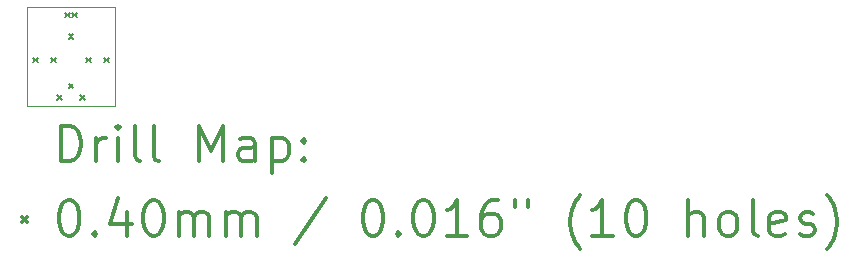
<source format=gbr>
%FSLAX45Y45*%
G04 Gerber Fmt 4.5, Leading zero omitted, Abs format (unit mm)*
G04 Created by KiCad (PCBNEW (5.1.5-0-10_14)) date 2019-12-07 21:20:43*
%MOMM*%
%LPD*%
G04 APERTURE LIST*
%TA.AperFunction,Profile*%
%ADD10C,0.050000*%
%TD*%
%ADD11C,0.200000*%
%ADD12C,0.300000*%
G04 APERTURE END LIST*
D10*
X13528000Y-9034000D02*
X12788000Y-9034000D01*
X12788000Y-9874000D02*
X13528000Y-9874000D01*
X13528000Y-9874000D02*
X13528000Y-9034000D01*
X12788000Y-9034000D02*
X12788000Y-9874000D01*
D11*
X13139000Y-9686000D02*
X13179000Y-9726000D01*
X13179000Y-9686000D02*
X13139000Y-9726000D01*
X13038000Y-9785000D02*
X13078000Y-9825000D01*
X13078000Y-9785000D02*
X13038000Y-9825000D01*
X13438000Y-9465000D02*
X13478000Y-9505000D01*
X13478000Y-9465000D02*
X13438000Y-9505000D01*
X13238000Y-9785000D02*
X13278000Y-9825000D01*
X13278000Y-9785000D02*
X13238000Y-9825000D01*
X12988000Y-9465000D02*
X13028000Y-9505000D01*
X13028000Y-9465000D02*
X12988000Y-9505000D01*
X13138000Y-9265000D02*
X13178000Y-9305000D01*
X13178000Y-9265000D02*
X13138000Y-9305000D01*
X13288000Y-9465000D02*
X13328000Y-9505000D01*
X13328000Y-9465000D02*
X13288000Y-9505000D01*
X13168000Y-9085000D02*
X13208000Y-9125000D01*
X13208000Y-9085000D02*
X13168000Y-9125000D01*
X12839000Y-9465000D02*
X12879000Y-9505000D01*
X12879000Y-9465000D02*
X12839000Y-9505000D01*
X13108000Y-9085000D02*
X13148000Y-9125000D01*
X13148000Y-9085000D02*
X13108000Y-9125000D01*
D12*
X13071928Y-10342214D02*
X13071928Y-10042214D01*
X13143357Y-10042214D01*
X13186214Y-10056500D01*
X13214786Y-10085072D01*
X13229071Y-10113643D01*
X13243357Y-10170786D01*
X13243357Y-10213643D01*
X13229071Y-10270786D01*
X13214786Y-10299357D01*
X13186214Y-10327929D01*
X13143357Y-10342214D01*
X13071928Y-10342214D01*
X13371928Y-10342214D02*
X13371928Y-10142214D01*
X13371928Y-10199357D02*
X13386214Y-10170786D01*
X13400500Y-10156500D01*
X13429071Y-10142214D01*
X13457643Y-10142214D01*
X13557643Y-10342214D02*
X13557643Y-10142214D01*
X13557643Y-10042214D02*
X13543357Y-10056500D01*
X13557643Y-10070786D01*
X13571928Y-10056500D01*
X13557643Y-10042214D01*
X13557643Y-10070786D01*
X13743357Y-10342214D02*
X13714786Y-10327929D01*
X13700500Y-10299357D01*
X13700500Y-10042214D01*
X13900500Y-10342214D02*
X13871928Y-10327929D01*
X13857643Y-10299357D01*
X13857643Y-10042214D01*
X14243357Y-10342214D02*
X14243357Y-10042214D01*
X14343357Y-10256500D01*
X14443357Y-10042214D01*
X14443357Y-10342214D01*
X14714786Y-10342214D02*
X14714786Y-10185072D01*
X14700500Y-10156500D01*
X14671928Y-10142214D01*
X14614786Y-10142214D01*
X14586214Y-10156500D01*
X14714786Y-10327929D02*
X14686214Y-10342214D01*
X14614786Y-10342214D01*
X14586214Y-10327929D01*
X14571928Y-10299357D01*
X14571928Y-10270786D01*
X14586214Y-10242214D01*
X14614786Y-10227929D01*
X14686214Y-10227929D01*
X14714786Y-10213643D01*
X14857643Y-10142214D02*
X14857643Y-10442214D01*
X14857643Y-10156500D02*
X14886214Y-10142214D01*
X14943357Y-10142214D01*
X14971928Y-10156500D01*
X14986214Y-10170786D01*
X15000500Y-10199357D01*
X15000500Y-10285072D01*
X14986214Y-10313643D01*
X14971928Y-10327929D01*
X14943357Y-10342214D01*
X14886214Y-10342214D01*
X14857643Y-10327929D01*
X15129071Y-10313643D02*
X15143357Y-10327929D01*
X15129071Y-10342214D01*
X15114786Y-10327929D01*
X15129071Y-10313643D01*
X15129071Y-10342214D01*
X15129071Y-10156500D02*
X15143357Y-10170786D01*
X15129071Y-10185072D01*
X15114786Y-10170786D01*
X15129071Y-10156500D01*
X15129071Y-10185072D01*
X12745500Y-10816500D02*
X12785500Y-10856500D01*
X12785500Y-10816500D02*
X12745500Y-10856500D01*
X13129071Y-10672214D02*
X13157643Y-10672214D01*
X13186214Y-10686500D01*
X13200500Y-10700786D01*
X13214786Y-10729357D01*
X13229071Y-10786500D01*
X13229071Y-10857929D01*
X13214786Y-10915072D01*
X13200500Y-10943643D01*
X13186214Y-10957929D01*
X13157643Y-10972214D01*
X13129071Y-10972214D01*
X13100500Y-10957929D01*
X13086214Y-10943643D01*
X13071928Y-10915072D01*
X13057643Y-10857929D01*
X13057643Y-10786500D01*
X13071928Y-10729357D01*
X13086214Y-10700786D01*
X13100500Y-10686500D01*
X13129071Y-10672214D01*
X13357643Y-10943643D02*
X13371928Y-10957929D01*
X13357643Y-10972214D01*
X13343357Y-10957929D01*
X13357643Y-10943643D01*
X13357643Y-10972214D01*
X13629071Y-10772214D02*
X13629071Y-10972214D01*
X13557643Y-10657929D02*
X13486214Y-10872214D01*
X13671928Y-10872214D01*
X13843357Y-10672214D02*
X13871928Y-10672214D01*
X13900500Y-10686500D01*
X13914786Y-10700786D01*
X13929071Y-10729357D01*
X13943357Y-10786500D01*
X13943357Y-10857929D01*
X13929071Y-10915072D01*
X13914786Y-10943643D01*
X13900500Y-10957929D01*
X13871928Y-10972214D01*
X13843357Y-10972214D01*
X13814786Y-10957929D01*
X13800500Y-10943643D01*
X13786214Y-10915072D01*
X13771928Y-10857929D01*
X13771928Y-10786500D01*
X13786214Y-10729357D01*
X13800500Y-10700786D01*
X13814786Y-10686500D01*
X13843357Y-10672214D01*
X14071928Y-10972214D02*
X14071928Y-10772214D01*
X14071928Y-10800786D02*
X14086214Y-10786500D01*
X14114786Y-10772214D01*
X14157643Y-10772214D01*
X14186214Y-10786500D01*
X14200500Y-10815072D01*
X14200500Y-10972214D01*
X14200500Y-10815072D02*
X14214786Y-10786500D01*
X14243357Y-10772214D01*
X14286214Y-10772214D01*
X14314786Y-10786500D01*
X14329071Y-10815072D01*
X14329071Y-10972214D01*
X14471928Y-10972214D02*
X14471928Y-10772214D01*
X14471928Y-10800786D02*
X14486214Y-10786500D01*
X14514786Y-10772214D01*
X14557643Y-10772214D01*
X14586214Y-10786500D01*
X14600500Y-10815072D01*
X14600500Y-10972214D01*
X14600500Y-10815072D02*
X14614786Y-10786500D01*
X14643357Y-10772214D01*
X14686214Y-10772214D01*
X14714786Y-10786500D01*
X14729071Y-10815072D01*
X14729071Y-10972214D01*
X15314786Y-10657929D02*
X15057643Y-11043643D01*
X15700500Y-10672214D02*
X15729071Y-10672214D01*
X15757643Y-10686500D01*
X15771928Y-10700786D01*
X15786214Y-10729357D01*
X15800500Y-10786500D01*
X15800500Y-10857929D01*
X15786214Y-10915072D01*
X15771928Y-10943643D01*
X15757643Y-10957929D01*
X15729071Y-10972214D01*
X15700500Y-10972214D01*
X15671928Y-10957929D01*
X15657643Y-10943643D01*
X15643357Y-10915072D01*
X15629071Y-10857929D01*
X15629071Y-10786500D01*
X15643357Y-10729357D01*
X15657643Y-10700786D01*
X15671928Y-10686500D01*
X15700500Y-10672214D01*
X15929071Y-10943643D02*
X15943357Y-10957929D01*
X15929071Y-10972214D01*
X15914786Y-10957929D01*
X15929071Y-10943643D01*
X15929071Y-10972214D01*
X16129071Y-10672214D02*
X16157643Y-10672214D01*
X16186214Y-10686500D01*
X16200500Y-10700786D01*
X16214786Y-10729357D01*
X16229071Y-10786500D01*
X16229071Y-10857929D01*
X16214786Y-10915072D01*
X16200500Y-10943643D01*
X16186214Y-10957929D01*
X16157643Y-10972214D01*
X16129071Y-10972214D01*
X16100500Y-10957929D01*
X16086214Y-10943643D01*
X16071928Y-10915072D01*
X16057643Y-10857929D01*
X16057643Y-10786500D01*
X16071928Y-10729357D01*
X16086214Y-10700786D01*
X16100500Y-10686500D01*
X16129071Y-10672214D01*
X16514786Y-10972214D02*
X16343357Y-10972214D01*
X16429071Y-10972214D02*
X16429071Y-10672214D01*
X16400500Y-10715072D01*
X16371928Y-10743643D01*
X16343357Y-10757929D01*
X16771928Y-10672214D02*
X16714786Y-10672214D01*
X16686214Y-10686500D01*
X16671928Y-10700786D01*
X16643357Y-10743643D01*
X16629071Y-10800786D01*
X16629071Y-10915072D01*
X16643357Y-10943643D01*
X16657643Y-10957929D01*
X16686214Y-10972214D01*
X16743357Y-10972214D01*
X16771928Y-10957929D01*
X16786214Y-10943643D01*
X16800500Y-10915072D01*
X16800500Y-10843643D01*
X16786214Y-10815072D01*
X16771928Y-10800786D01*
X16743357Y-10786500D01*
X16686214Y-10786500D01*
X16657643Y-10800786D01*
X16643357Y-10815072D01*
X16629071Y-10843643D01*
X16914786Y-10672214D02*
X16914786Y-10729357D01*
X17029071Y-10672214D02*
X17029071Y-10729357D01*
X17471928Y-11086500D02*
X17457643Y-11072214D01*
X17429071Y-11029357D01*
X17414786Y-11000786D01*
X17400500Y-10957929D01*
X17386214Y-10886500D01*
X17386214Y-10829357D01*
X17400500Y-10757929D01*
X17414786Y-10715072D01*
X17429071Y-10686500D01*
X17457643Y-10643643D01*
X17471928Y-10629357D01*
X17743357Y-10972214D02*
X17571928Y-10972214D01*
X17657643Y-10972214D02*
X17657643Y-10672214D01*
X17629071Y-10715072D01*
X17600500Y-10743643D01*
X17571928Y-10757929D01*
X17929071Y-10672214D02*
X17957643Y-10672214D01*
X17986214Y-10686500D01*
X18000500Y-10700786D01*
X18014786Y-10729357D01*
X18029071Y-10786500D01*
X18029071Y-10857929D01*
X18014786Y-10915072D01*
X18000500Y-10943643D01*
X17986214Y-10957929D01*
X17957643Y-10972214D01*
X17929071Y-10972214D01*
X17900500Y-10957929D01*
X17886214Y-10943643D01*
X17871928Y-10915072D01*
X17857643Y-10857929D01*
X17857643Y-10786500D01*
X17871928Y-10729357D01*
X17886214Y-10700786D01*
X17900500Y-10686500D01*
X17929071Y-10672214D01*
X18386214Y-10972214D02*
X18386214Y-10672214D01*
X18514786Y-10972214D02*
X18514786Y-10815072D01*
X18500500Y-10786500D01*
X18471928Y-10772214D01*
X18429071Y-10772214D01*
X18400500Y-10786500D01*
X18386214Y-10800786D01*
X18700500Y-10972214D02*
X18671928Y-10957929D01*
X18657643Y-10943643D01*
X18643357Y-10915072D01*
X18643357Y-10829357D01*
X18657643Y-10800786D01*
X18671928Y-10786500D01*
X18700500Y-10772214D01*
X18743357Y-10772214D01*
X18771928Y-10786500D01*
X18786214Y-10800786D01*
X18800500Y-10829357D01*
X18800500Y-10915072D01*
X18786214Y-10943643D01*
X18771928Y-10957929D01*
X18743357Y-10972214D01*
X18700500Y-10972214D01*
X18971928Y-10972214D02*
X18943357Y-10957929D01*
X18929071Y-10929357D01*
X18929071Y-10672214D01*
X19200500Y-10957929D02*
X19171928Y-10972214D01*
X19114786Y-10972214D01*
X19086214Y-10957929D01*
X19071928Y-10929357D01*
X19071928Y-10815072D01*
X19086214Y-10786500D01*
X19114786Y-10772214D01*
X19171928Y-10772214D01*
X19200500Y-10786500D01*
X19214786Y-10815072D01*
X19214786Y-10843643D01*
X19071928Y-10872214D01*
X19329071Y-10957929D02*
X19357643Y-10972214D01*
X19414786Y-10972214D01*
X19443357Y-10957929D01*
X19457643Y-10929357D01*
X19457643Y-10915072D01*
X19443357Y-10886500D01*
X19414786Y-10872214D01*
X19371928Y-10872214D01*
X19343357Y-10857929D01*
X19329071Y-10829357D01*
X19329071Y-10815072D01*
X19343357Y-10786500D01*
X19371928Y-10772214D01*
X19414786Y-10772214D01*
X19443357Y-10786500D01*
X19557643Y-11086500D02*
X19571928Y-11072214D01*
X19600500Y-11029357D01*
X19614786Y-11000786D01*
X19629071Y-10957929D01*
X19643357Y-10886500D01*
X19643357Y-10829357D01*
X19629071Y-10757929D01*
X19614786Y-10715072D01*
X19600500Y-10686500D01*
X19571928Y-10643643D01*
X19557643Y-10629357D01*
M02*

</source>
